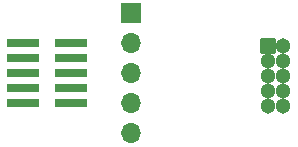
<source format=gbr>
%TF.GenerationSoftware,KiCad,Pcbnew,8.0.3*%
%TF.CreationDate,2024-06-23T22:17:52-05:00*%
%TF.ProjectId,TagConnectAdapter,54616743-6f6e-46e6-9563-744164617074,rev?*%
%TF.SameCoordinates,Original*%
%TF.FileFunction,Soldermask,Top*%
%TF.FilePolarity,Negative*%
%FSLAX46Y46*%
G04 Gerber Fmt 4.6, Leading zero omitted, Abs format (unit mm)*
G04 Created by KiCad (PCBNEW 8.0.3) date 2024-06-23 22:17:52*
%MOMM*%
%LPD*%
G01*
G04 APERTURE LIST*
G04 Aperture macros list*
%AMRoundRect*
0 Rectangle with rounded corners*
0 $1 Rounding radius*
0 $2 $3 $4 $5 $6 $7 $8 $9 X,Y pos of 4 corners*
0 Add a 4 corners polygon primitive as box body*
4,1,4,$2,$3,$4,$5,$6,$7,$8,$9,$2,$3,0*
0 Add four circle primitives for the rounded corners*
1,1,$1+$1,$2,$3*
1,1,$1+$1,$4,$5*
1,1,$1+$1,$6,$7*
1,1,$1+$1,$8,$9*
0 Add four rect primitives between the rounded corners*
20,1,$1+$1,$2,$3,$4,$5,0*
20,1,$1+$1,$4,$5,$6,$7,0*
20,1,$1+$1,$6,$7,$8,$9,0*
20,1,$1+$1,$8,$9,$2,$3,0*%
G04 Aperture macros list end*
%ADD10O,1.700000X1.700000*%
%ADD11R,1.700000X1.700000*%
%ADD12C,1.304000*%
%ADD13RoundRect,0.102000X0.550000X-0.550000X0.550000X0.550000X-0.550000X0.550000X-0.550000X-0.550000X0*%
%ADD14R,2.770000X0.650000*%
G04 APERTURE END LIST*
D10*
%TO.C,J3*%
X143800000Y-92470000D03*
X143800000Y-89930000D03*
X143800000Y-87390000D03*
X143800000Y-84850000D03*
D11*
X143800000Y-82310000D03*
%TD*%
D12*
%TO.C,J2*%
X155370000Y-90175000D03*
X156640000Y-90175000D03*
X155370000Y-88905000D03*
X156640000Y-88905000D03*
X155370000Y-87635000D03*
X156640000Y-87635000D03*
X155370000Y-86365000D03*
X156640000Y-86365000D03*
D13*
X155370000Y-85095000D03*
D12*
X156640000Y-85095000D03*
%TD*%
D14*
%TO.C,J1*%
X138710000Y-89915000D03*
X134670000Y-89915000D03*
X138710000Y-88645000D03*
X134670000Y-88645000D03*
X138710000Y-87375000D03*
X134670000Y-87375000D03*
X138710000Y-86105000D03*
X134670000Y-86105000D03*
X138710000Y-84835000D03*
X134670000Y-84835000D03*
%TD*%
M02*

</source>
